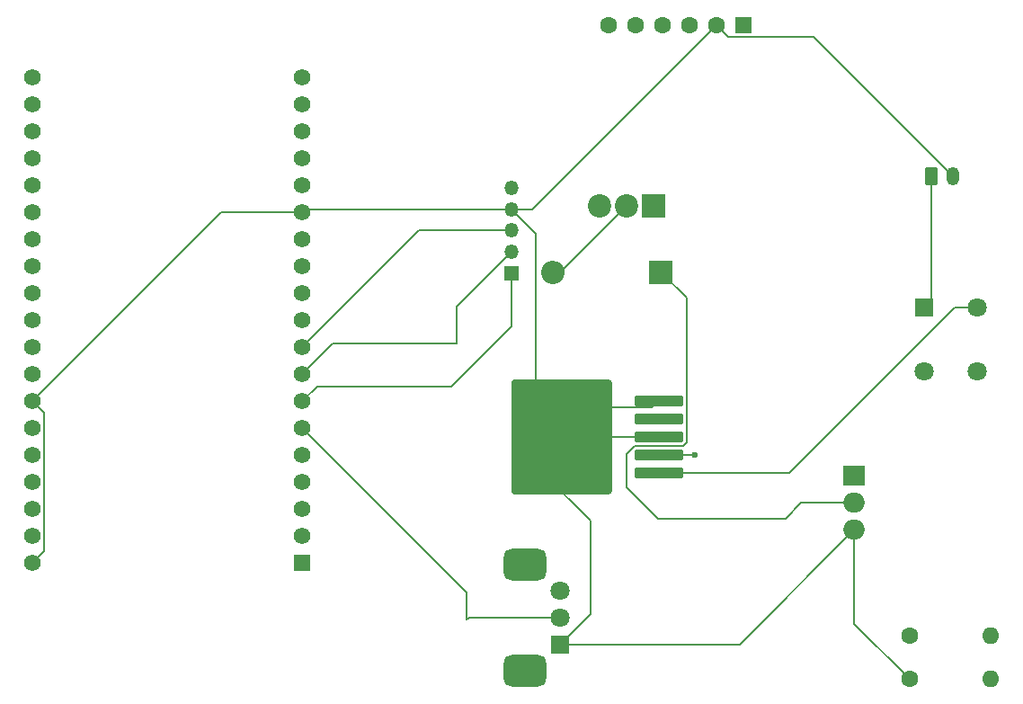
<source format=gbr>
%TF.GenerationSoftware,KiCad,Pcbnew,8.0.7*%
%TF.CreationDate,2025-06-16T00:37:15-04:00*%
%TF.ProjectId,controller,636f6e74-726f-46c6-9c65-722e6b696361,rev?*%
%TF.SameCoordinates,Original*%
%TF.FileFunction,Copper,L1,Top*%
%TF.FilePolarity,Positive*%
%FSLAX46Y46*%
G04 Gerber Fmt 4.6, Leading zero omitted, Abs format (unit mm)*
G04 Created by KiCad (PCBNEW 8.0.7) date 2025-06-16 00:37:15*
%MOMM*%
%LPD*%
G01*
G04 APERTURE LIST*
G04 Aperture macros list*
%AMRoundRect*
0 Rectangle with rounded corners*
0 $1 Rounding radius*
0 $2 $3 $4 $5 $6 $7 $8 $9 X,Y pos of 4 corners*
0 Add a 4 corners polygon primitive as box body*
4,1,4,$2,$3,$4,$5,$6,$7,$8,$9,$2,$3,0*
0 Add four circle primitives for the rounded corners*
1,1,$1+$1,$2,$3*
1,1,$1+$1,$4,$5*
1,1,$1+$1,$6,$7*
1,1,$1+$1,$8,$9*
0 Add four rect primitives between the rounded corners*
20,1,$1+$1,$2,$3,$4,$5,0*
20,1,$1+$1,$4,$5,$6,$7,0*
20,1,$1+$1,$6,$7,$8,$9,0*
20,1,$1+$1,$8,$9,$2,$3,0*%
G04 Aperture macros list end*
%TA.AperFunction,ComponentPad*%
%ADD10C,1.600000*%
%TD*%
%TA.AperFunction,ComponentPad*%
%ADD11O,1.600000X1.600000*%
%TD*%
%TA.AperFunction,ComponentPad*%
%ADD12R,1.800000X1.800000*%
%TD*%
%TA.AperFunction,ComponentPad*%
%ADD13C,1.800000*%
%TD*%
%TA.AperFunction,ComponentPad*%
%ADD14RoundRect,0.750000X-1.250000X-0.750000X1.250000X-0.750000X1.250000X0.750000X-1.250000X0.750000X0*%
%TD*%
%TA.AperFunction,ComponentPad*%
%ADD15R,2.200000X2.200000*%
%TD*%
%TA.AperFunction,ComponentPad*%
%ADD16C,2.200000*%
%TD*%
%TA.AperFunction,ComponentPad*%
%ADD17R,2.000000X1.905000*%
%TD*%
%TA.AperFunction,ComponentPad*%
%ADD18O,2.000000X1.905000*%
%TD*%
%TA.AperFunction,ComponentPad*%
%ADD19R,1.560000X1.560000*%
%TD*%
%TA.AperFunction,ComponentPad*%
%ADD20C,1.560000*%
%TD*%
%TA.AperFunction,ComponentPad*%
%ADD21RoundRect,0.250000X-0.350000X-0.625000X0.350000X-0.625000X0.350000X0.625000X-0.350000X0.625000X0*%
%TD*%
%TA.AperFunction,ComponentPad*%
%ADD22O,1.200000X1.750000*%
%TD*%
%TA.AperFunction,ComponentPad*%
%ADD23R,1.600200X1.600200*%
%TD*%
%TA.AperFunction,ComponentPad*%
%ADD24C,1.600200*%
%TD*%
%TA.AperFunction,ComponentPad*%
%ADD25R,1.350000X1.350000*%
%TD*%
%TA.AperFunction,ComponentPad*%
%ADD26O,1.350000X1.350000*%
%TD*%
%TA.AperFunction,ComponentPad*%
%ADD27O,2.200000X2.200000*%
%TD*%
%TA.AperFunction,SMDPad,CuDef*%
%ADD28RoundRect,0.250000X2.050000X0.300000X-2.050000X0.300000X-2.050000X-0.300000X2.050000X-0.300000X0*%
%TD*%
%TA.AperFunction,SMDPad,CuDef*%
%ADD29RoundRect,0.250000X2.025000X2.375000X-2.025000X2.375000X-2.025000X-2.375000X2.025000X-2.375000X0*%
%TD*%
%TA.AperFunction,SMDPad,CuDef*%
%ADD30RoundRect,0.250002X4.449998X5.149998X-4.449998X5.149998X-4.449998X-5.149998X4.449998X-5.149998X0*%
%TD*%
%TA.AperFunction,ViaPad*%
%ADD31C,0.600000*%
%TD*%
%TA.AperFunction,Conductor*%
%ADD32C,0.200000*%
%TD*%
G04 APERTURE END LIST*
D10*
%TO.P,R2,1*%
%TO.N,Net-(BT1--)*%
X173690000Y-116550000D03*
D11*
%TO.P,R2,2*%
%TO.N,Net-(U3-SENSOR_VP)*%
X181310000Y-116550000D03*
%TD*%
D12*
%TO.P,RV1,1,1*%
%TO.N,Net-(BT1--)*%
X140775000Y-113300000D03*
D13*
%TO.P,RV1,2,2*%
%TO.N,Net-(U3-IO35)*%
X140775000Y-110800000D03*
%TO.P,RV1,3,3*%
%TO.N,Net-(D1-K)*%
X140775000Y-108300000D03*
D14*
%TO.P,RV1,MP*%
%TO.N,N/C*%
X137475000Y-115800000D03*
X137475000Y-105800000D03*
%TD*%
D15*
%TO.P,J1,1,Pin_1*%
%TO.N,Net-(D1-K)*%
X149580000Y-72000000D03*
D16*
%TO.P,J1,2,Pin_2*%
%TO.N,Net-(D1-A)*%
X147040000Y-72000000D03*
%TO.P,J1,3*%
%TO.N,N/C*%
X144500000Y-72000000D03*
%TD*%
D17*
%TO.P,Q2,1,G*%
%TO.N,Net-(Q2-G)*%
X168500000Y-97460000D03*
D18*
%TO.P,Q2,2,D*%
%TO.N,Net-(D1-K)*%
X168500000Y-100000000D03*
%TO.P,Q2,3,S*%
%TO.N,Net-(BT1--)*%
X168500000Y-102540000D03*
%TD*%
D19*
%TO.P,U3,J2-1,3V3*%
%TO.N,Net-(D1-K)*%
X116500000Y-105620000D03*
D20*
%TO.P,U3,J2-2,EN*%
%TO.N,unconnected-(U3-EN-PadJ2-2)*%
X116500000Y-103080000D03*
%TO.P,U3,J2-3,SENSOR_VP*%
%TO.N,Net-(U3-SENSOR_VP)*%
X116500000Y-100540000D03*
%TO.P,U3,J2-4,SENSOR_VN*%
%TO.N,unconnected-(U3-SENSOR_VN-PadJ2-4)*%
X116500000Y-98000000D03*
%TO.P,U3,J2-5,IO34*%
%TO.N,unconnected-(U3-IO34-PadJ2-5)*%
X116500000Y-95460000D03*
%TO.P,U3,J2-6,IO35*%
%TO.N,Net-(U3-IO35)*%
X116500000Y-92920000D03*
%TO.P,U3,J2-7,IO32*%
%TO.N,Net-(J2-Pin_1)*%
X116500000Y-90380000D03*
%TO.P,U3,J2-8,IO33*%
%TO.N,Net-(J2-Pin_2)*%
X116500000Y-87840000D03*
%TO.P,U3,J2-9,IO25*%
%TO.N,Net-(J2-Pin_3)*%
X116500000Y-85300000D03*
%TO.P,U3,J2-10,IO26*%
%TO.N,unconnected-(U3-IO26-PadJ2-10)*%
X116500000Y-82760000D03*
%TO.P,U3,J2-11,IO27*%
%TO.N,unconnected-(U3-IO27-PadJ2-11)*%
X116500000Y-80220000D03*
%TO.P,U3,J2-12,IO14*%
%TO.N,Net-(Q2-G)*%
X116500000Y-77680000D03*
%TO.P,U3,J2-13,IO12*%
%TO.N,unconnected-(U3-IO12-PadJ2-13)*%
X116500000Y-75140000D03*
%TO.P,U3,J2-14,GND1*%
%TO.N,Net-(BT1--)*%
X116500000Y-72600000D03*
%TO.P,U3,J2-15,IO13*%
%TO.N,unconnected-(U3-IO13-PadJ2-15)*%
X116500000Y-70060000D03*
%TO.P,U3,J2-16,SD2*%
%TO.N,unconnected-(U3-SD2-PadJ2-16)*%
X116500000Y-67520000D03*
%TO.P,U3,J2-17,SD3*%
%TO.N,unconnected-(U3-SD3-PadJ2-17)*%
X116500000Y-64980000D03*
%TO.P,U3,J2-18,CMD*%
%TO.N,unconnected-(U3-CMD-PadJ2-18)*%
X116500000Y-62440000D03*
%TO.P,U3,J2-19,EXT_5V*%
%TO.N,Net-(U1-OUT)*%
X116500000Y-59900000D03*
%TO.P,U3,J3-1,GND3*%
%TO.N,Net-(BT1--)*%
X91100000Y-105620000D03*
%TO.P,U3,J3-2,IO23*%
%TO.N,unconnected-(U3-IO23-PadJ3-2)*%
X91100000Y-103080000D03*
%TO.P,U3,J3-3,IO22*%
%TO.N,unconnected-(U3-IO22-PadJ3-3)*%
X91100000Y-100540000D03*
%TO.P,U3,J3-4,TXD0*%
%TO.N,unconnected-(U3-TXD0-PadJ3-4)*%
X91100000Y-98000000D03*
%TO.P,U3,J3-5,RXD0*%
%TO.N,unconnected-(U3-RXD0-PadJ3-5)*%
X91100000Y-95460000D03*
%TO.P,U3,J3-6,IO21*%
%TO.N,unconnected-(U3-IO21-PadJ3-6)*%
X91100000Y-92920000D03*
%TO.P,U3,J3-7,GND2*%
%TO.N,Net-(BT1--)*%
X91100000Y-90380000D03*
%TO.P,U3,J3-8,IO19*%
%TO.N,unconnected-(U3-IO19-PadJ3-8)*%
X91100000Y-87840000D03*
%TO.P,U3,J3-9,IO18*%
%TO.N,unconnected-(U3-IO18-PadJ3-9)*%
X91100000Y-85300000D03*
%TO.P,U3,J3-10,IO5*%
%TO.N,unconnected-(U3-IO5-PadJ3-10)*%
X91100000Y-82760000D03*
%TO.P,U3,J3-11,IO17*%
%TO.N,unconnected-(U3-IO17-PadJ3-11)*%
X91100000Y-80220000D03*
%TO.P,U3,J3-12,IO16*%
%TO.N,unconnected-(U3-IO16-PadJ3-12)*%
X91100000Y-77680000D03*
%TO.P,U3,J3-13,IO4*%
%TO.N,unconnected-(U3-IO4-PadJ3-13)*%
X91100000Y-75140000D03*
%TO.P,U3,J3-14,IO0*%
%TO.N,unconnected-(U3-IO0-PadJ3-14)*%
X91100000Y-72600000D03*
%TO.P,U3,J3-15,IO2*%
%TO.N,unconnected-(U3-IO2-PadJ3-15)*%
X91100000Y-70060000D03*
%TO.P,U3,J3-16,IO15*%
%TO.N,unconnected-(U3-IO15-PadJ3-16)*%
X91100000Y-67520000D03*
%TO.P,U3,J3-17,SD1*%
%TO.N,unconnected-(U3-SD1-PadJ3-17)*%
X91100000Y-64980000D03*
%TO.P,U3,J3-18,SD0*%
%TO.N,unconnected-(U3-SD0-PadJ3-18)*%
X91100000Y-62440000D03*
%TO.P,U3,J3-19,CLK*%
%TO.N,unconnected-(U3-CLK-PadJ3-19)*%
X91100000Y-59900000D03*
%TD*%
D21*
%TO.P,BT1,1,+*%
%TO.N,Net-(BT1-+)*%
X175772500Y-69222500D03*
D22*
%TO.P,BT1,2,-*%
%TO.N,Net-(BT1--)*%
X177772500Y-69222500D03*
%TD*%
D23*
%TO.P,U4,1,VOUT*%
%TO.N,Net-(U4-VOUT)*%
X158040000Y-55000000D03*
D24*
%TO.P,U4,2,GROUND*%
%TO.N,Net-(BT1--)*%
X155500000Y-55000000D03*
%TO.P,U4,3,VCC*%
%TO.N,Net-(U1-OUT)*%
X152960000Y-55000000D03*
%TO.P,U4,4,V1*%
%TO.N,unconnected-(U4-V1-Pad4)*%
X150420000Y-55000000D03*
%TO.P,U4,5,V2*%
%TO.N,unconnected-(U4-V2-Pad5)*%
X147880000Y-55000000D03*
%TO.P,U4,6,VEX*%
%TO.N,Net-(U1-OUT)*%
X145340000Y-55000000D03*
%TD*%
D25*
%TO.P,J2,1,Pin_1*%
%TO.N,Net-(J2-Pin_1)*%
X136170000Y-78350000D03*
D26*
%TO.P,J2,2,Pin_2*%
%TO.N,Net-(J2-Pin_2)*%
X136170000Y-76350000D03*
%TO.P,J2,3,Pin_3*%
%TO.N,Net-(J2-Pin_3)*%
X136170000Y-74350000D03*
%TO.P,J2,4,Pin_4*%
%TO.N,Net-(BT1--)*%
X136170000Y-72350000D03*
%TO.P,J2,5,Pin_5*%
%TO.N,Net-(D1-K)*%
X136170000Y-70350000D03*
%TD*%
D10*
%TO.P,R1,1*%
%TO.N,Net-(U3-SENSOR_VP)*%
X173690000Y-112500000D03*
D11*
%TO.P,R1,2*%
%TO.N,Net-(U4-VOUT)*%
X181310000Y-112500000D03*
%TD*%
D12*
%TO.P,SW1,1,A*%
%TO.N,Net-(BT1-+)*%
X175077500Y-81577500D03*
D13*
%TO.P,SW1,2,B*%
%TO.N,Net-(SW1-B)*%
X180077500Y-81577500D03*
%TO.P,SW1,3*%
%TO.N,N/C*%
X175077500Y-87577500D03*
%TO.P,SW1,4*%
X180077500Y-87577500D03*
%TD*%
D15*
%TO.P,D1,1,K*%
%TO.N,Net-(D1-K)*%
X150230000Y-78250000D03*
D27*
%TO.P,D1,2,A*%
%TO.N,Net-(D1-A)*%
X140070000Y-78250000D03*
%TD*%
D28*
%TO.P,U1,1,VIN*%
%TO.N,Net-(SW1-B)*%
X150075000Y-97175000D03*
%TO.P,U1,2,OUT*%
%TO.N,Net-(U1-OUT)*%
X150075000Y-95475000D03*
%TO.P,U1,3,GND*%
%TO.N,Net-(BT1--)*%
X150075000Y-93775000D03*
D29*
X143350000Y-96550000D03*
X143350000Y-91000000D03*
D30*
X140925000Y-93775000D03*
D29*
X138500000Y-96550000D03*
X138500000Y-91000000D03*
D28*
%TO.P,U1,4,FB*%
%TO.N,unconnected-(U1-FB-Pad4)*%
X150075000Y-92075000D03*
%TO.P,U1,5,~{ON}/OFF*%
%TO.N,Net-(BT1--)*%
X150075000Y-90375000D03*
%TD*%
D31*
%TO.N,Net-(U1-OUT)*%
X153500000Y-95500000D03*
%TD*%
D32*
%TO.N,Net-(BT1-+)*%
X175772500Y-69222500D02*
X175772500Y-80882500D01*
X175772500Y-80882500D02*
X175077500Y-81577500D01*
%TO.N,Net-(BT1--)*%
X138500000Y-74680000D02*
X138500000Y-91000000D01*
X143625000Y-101675000D02*
X143625000Y-110450000D01*
X157740000Y-113300000D02*
X168500000Y-102540000D01*
X116500000Y-72600000D02*
X108880000Y-72600000D01*
X108880000Y-72600000D02*
X91100000Y-90380000D01*
X156600100Y-56100100D02*
X155500000Y-55000000D01*
X168500000Y-102540000D02*
X168500000Y-111360000D01*
X138500000Y-96550000D02*
X143625000Y-101675000D01*
X116750000Y-72350000D02*
X116500000Y-72600000D01*
X177772500Y-69222500D02*
X164650100Y-56100100D01*
X138500000Y-91000000D02*
X149450000Y-91000000D01*
X143625000Y-110450000D02*
X140775000Y-113300000D01*
X164650100Y-56100100D02*
X156600100Y-56100100D01*
X155500000Y-55000000D02*
X138150000Y-72350000D01*
X149450000Y-91000000D02*
X150075000Y-90375000D01*
X92180000Y-104540000D02*
X91100000Y-105620000D01*
X168500000Y-111360000D02*
X173690000Y-116550000D01*
X136170000Y-72350000D02*
X138500000Y-74680000D01*
X136170000Y-72350000D02*
X116750000Y-72350000D01*
X140775000Y-113300000D02*
X157740000Y-113300000D01*
X140925000Y-93775000D02*
X150075000Y-93775000D01*
X91100000Y-90380000D02*
X92180000Y-91460000D01*
X92180000Y-91460000D02*
X92180000Y-104540000D01*
X138150000Y-72350000D02*
X136170000Y-72350000D01*
%TO.N,Net-(J2-Pin_3)*%
X116500000Y-85300000D02*
X127450000Y-74350000D01*
X127450000Y-74350000D02*
X136170000Y-74350000D01*
%TO.N,Net-(D1-A)*%
X140070000Y-78250000D02*
X140790000Y-78250000D01*
X140790000Y-78250000D02*
X147040000Y-72000000D01*
%TO.N,Net-(D1-K)*%
X168500000Y-100000000D02*
X163500000Y-100000000D01*
X150000000Y-101500000D02*
X147000000Y-98500000D01*
X147000000Y-95415256D02*
X147790256Y-94625000D01*
X147790256Y-94625000D02*
X152359744Y-94625000D01*
X152675000Y-80695000D02*
X150230000Y-78250000D01*
X152359744Y-94625000D02*
X152675000Y-94309744D01*
X147000000Y-98500000D02*
X147000000Y-95415256D01*
X152675000Y-94309744D02*
X152675000Y-80695000D01*
X163500000Y-100000000D02*
X162000000Y-101500000D01*
X162000000Y-101500000D02*
X150000000Y-101500000D01*
%TO.N,Net-(J2-Pin_1)*%
X117880000Y-89000000D02*
X130500000Y-89000000D01*
X130500000Y-89000000D02*
X136170000Y-83330000D01*
X116500000Y-90380000D02*
X117880000Y-89000000D01*
X136170000Y-83330000D02*
X136170000Y-78350000D01*
%TO.N,Net-(J2-Pin_2)*%
X131000000Y-85000000D02*
X131000000Y-81520000D01*
X116500000Y-87840000D02*
X119340000Y-85000000D01*
X119340000Y-85000000D02*
X131000000Y-85000000D01*
X131000000Y-81520000D02*
X136170000Y-76350000D01*
%TO.N,Net-(U3-IO35)*%
X132000000Y-108420000D02*
X132000000Y-111000000D01*
X132000000Y-111000000D02*
X132200000Y-110800000D01*
X116500000Y-92920000D02*
X132000000Y-108420000D01*
X132200000Y-110800000D02*
X140775000Y-110800000D01*
%TO.N,Net-(SW1-B)*%
X177922500Y-81577500D02*
X162325000Y-97175000D01*
X180077500Y-81577500D02*
X177922500Y-81577500D01*
X162325000Y-97175000D02*
X150075000Y-97175000D01*
%TO.N,Net-(U1-OUT)*%
X153475000Y-95475000D02*
X150075000Y-95475000D01*
X153500000Y-95500000D02*
X153475000Y-95475000D01*
%TD*%
M02*

</source>
